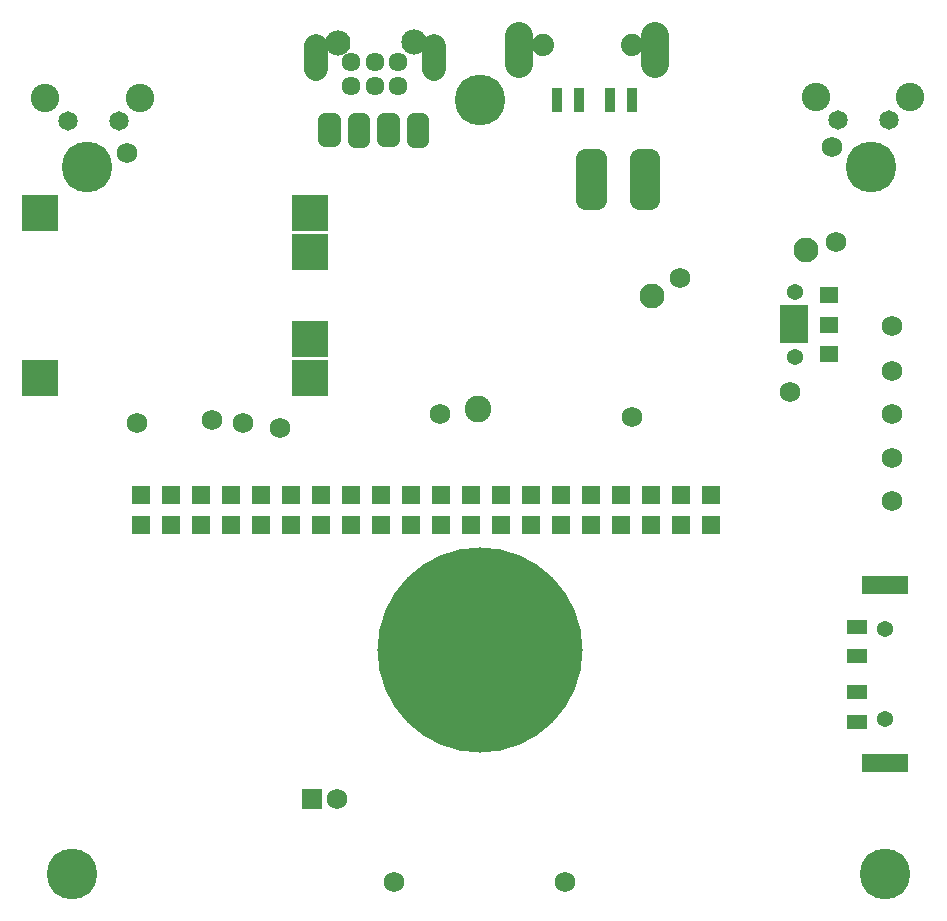
<source format=gbr>
G04 EAGLE Gerber X2 export*
%TF.Part,Single*%
%TF.FileFunction,Soldermask,Bot,1*%
%TF.FilePolarity,Negative*%
%TF.GenerationSoftware,Autodesk,EAGLE,9.0.0*%
%TF.CreationDate,2018-08-21T14:51:34Z*%
G75*
%MOMM*%
%FSLAX34Y34*%
%LPD*%
%AMOC8*
5,1,8,0,0,1.08239X$1,22.5*%
G01*
%ADD10C,4.292600*%
%ADD11C,2.260600*%
%ADD12C,17.373600*%
%ADD13C,2.101600*%
%ADD14C,1.371600*%
%ADD15C,2.133600*%
%ADD16C,1.184147*%
%ADD17R,1.625600X1.625600*%
%ADD18C,1.752600*%
%ADD19R,1.752600X1.752600*%
%ADD20C,1.609600*%
%ADD21C,2.051600*%
%ADD22C,2.410100*%
%ADD23C,1.648100*%
%ADD24R,0.873759X2.123441*%
%ADD25C,2.405300*%
%ADD26C,2.411300*%
%ADD27C,1.879600*%
%ADD28R,1.498600X1.371600*%
%ADD29R,2.387600X3.200400*%
%ADD30R,1.701800X1.244600*%
%ADD31R,3.911600X1.574800*%
%ADD32R,3.022600X3.022600*%
%ADD33C,1.637791*%


D10*
X439420Y871220D03*
X772160Y928370D03*
X1103630Y871220D03*
X1115060Y273050D03*
X426720Y273050D03*
D11*
X770890Y666750D03*
D12*
X772160Y462280D03*
D13*
X917575Y762000D03*
X1048385Y801370D03*
D14*
X1038733Y710914D03*
X1038733Y765461D03*
D15*
X651828Y976630D03*
X716280Y976948D03*
D16*
X673700Y910893D02*
X666744Y910893D01*
X673700Y910893D02*
X673700Y893777D01*
X666744Y893777D01*
X666744Y910893D01*
X666744Y905617D02*
X673700Y905617D01*
X691479Y910974D02*
X698435Y910974D01*
X698435Y893858D01*
X691479Y893858D01*
X691479Y910974D01*
X691479Y905698D02*
X698435Y905698D01*
D17*
X967740Y568078D03*
X967740Y593478D03*
X942340Y568078D03*
X942340Y593478D03*
X916940Y568078D03*
X916940Y593478D03*
X891540Y568078D03*
X891540Y593478D03*
X866140Y568078D03*
X866140Y593478D03*
X840740Y568078D03*
X840740Y593478D03*
X815340Y568078D03*
X815340Y593478D03*
X789940Y568078D03*
X789940Y593478D03*
X764540Y568078D03*
X764540Y593478D03*
X739140Y568078D03*
X739140Y593478D03*
X713740Y568078D03*
X713740Y593478D03*
X688340Y568078D03*
X688340Y593478D03*
X662940Y568078D03*
X662940Y593478D03*
X637540Y568078D03*
X637540Y593478D03*
X612140Y568078D03*
X612140Y593478D03*
X586740Y568078D03*
X586740Y593478D03*
X561340Y568078D03*
X561340Y593478D03*
X535940Y568078D03*
X535940Y593478D03*
X510540Y568078D03*
X510540Y593478D03*
X485140Y568078D03*
X485140Y593478D03*
D18*
X651292Y336056D03*
D19*
X630225Y336056D03*
D20*
X663260Y959960D03*
X663260Y939960D03*
X683260Y959960D03*
X683260Y939960D03*
X703260Y959960D03*
X703260Y939960D03*
D21*
X633260Y953960D02*
X633260Y973460D01*
X733260Y973460D02*
X733260Y953960D01*
D22*
X484378Y929488D03*
X404368Y929488D03*
D23*
X466598Y910438D03*
X423418Y910438D03*
D22*
X1136650Y930593D03*
X1056640Y930593D03*
D23*
X1118870Y911543D03*
X1075690Y911543D03*
D24*
X901383Y928497D03*
X882333Y928497D03*
X856298Y928497D03*
X837375Y928497D03*
D25*
X920306Y958889D02*
X920306Y981926D01*
D26*
X805498Y981956D02*
X805498Y958859D01*
D27*
X900748Y974725D03*
X825818Y974725D03*
D28*
X1068070Y762921D03*
X1068070Y737921D03*
X1068070Y712921D03*
D29*
X1037844Y738283D03*
D30*
X1091787Y482092D03*
X1091787Y457200D03*
X1091787Y426720D03*
X1091787Y401828D03*
D31*
X1115028Y517271D03*
X1115028Y366649D03*
D14*
X1115028Y480060D03*
X1115028Y403860D03*
D32*
X400150Y692655D03*
X400150Y832355D03*
X628750Y692655D03*
X628750Y725675D03*
X628750Y799335D03*
X628750Y832355D03*
D33*
X906555Y879065D02*
X916593Y879065D01*
X916593Y843627D01*
X906555Y843627D01*
X906555Y879065D01*
X906555Y860004D02*
X916593Y860004D01*
X916593Y876381D02*
X906555Y876381D01*
X871612Y878990D02*
X861574Y878990D01*
X871612Y878990D02*
X871612Y843552D01*
X861574Y843552D01*
X861574Y878990D01*
X861574Y859929D02*
X871612Y859929D01*
X871612Y876306D02*
X861574Y876306D01*
D16*
X648360Y911004D02*
X641404Y911004D01*
X648360Y911004D02*
X648360Y893888D01*
X641404Y893888D01*
X641404Y911004D01*
X641404Y905728D02*
X648360Y905728D01*
X716430Y910923D02*
X723386Y910923D01*
X723386Y893807D01*
X716430Y893807D01*
X716430Y910923D01*
X716430Y905647D02*
X723386Y905647D01*
D18*
X1120902Y625348D03*
X1120902Y588518D03*
X1120902Y662178D03*
X1120902Y699008D03*
X1120902Y737108D03*
X545592Y657098D03*
X482092Y654558D03*
X602742Y650748D03*
X571516Y654802D03*
X901192Y659638D03*
X1034542Y681228D03*
X1073912Y808228D03*
X941832Y777748D03*
X844042Y265938D03*
X699262Y265938D03*
X738632Y662178D03*
X1070102Y888238D03*
X473182Y883138D03*
M02*

</source>
